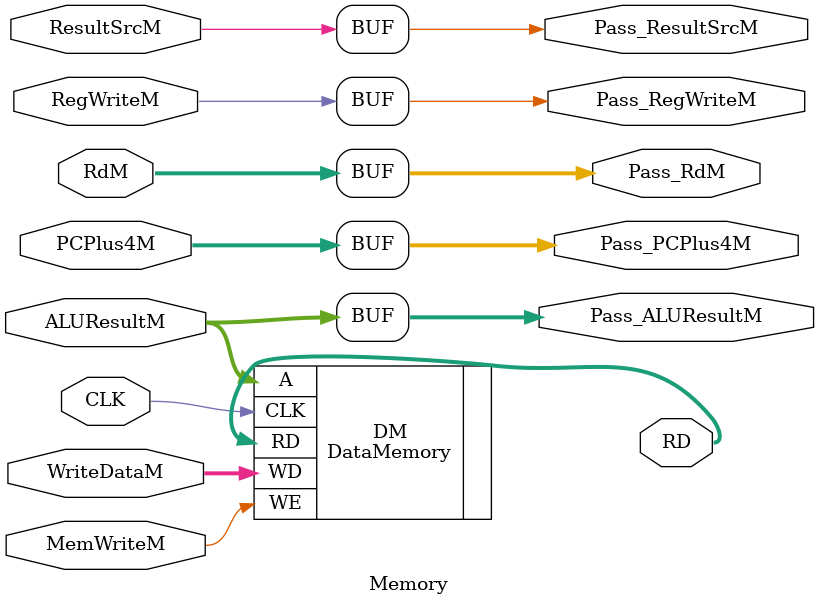
<source format=v>
`include "DataMemory.v"

module Memory (
    input wire CLK,
    input wire RegWriteM,
    input wire ResultSrcM,
    input wire MemWriteM,
    input wire [31:0] ALUResultM,
    input wire [31:0] WriteDataM,
    input wire [4:0] RdM,
    input wire [31:0] PCPlus4M,
    output wire Pass_RegWriteM,
    output wire Pass_ResultSrcM,
    output wire [31:0] Pass_ALUResultM,
    output wire [31:0] RD,
    output wire [4:0] Pass_RdM,
    output wire [31:0] Pass_PCPlus4M
);

    DataMemory DM(
        .CLK(CLK),
        .WE(MemWriteM),
        .A(ALUResultM),
        .WD(WriteDataM),
        .RD(RD)
    );


    assign Pass_RegWriteM = RegWriteM; 
    assign Pass_ResultSrcM = ResultSrcM;
    assign Pass_ALUResultM = ALUResultM;
    assign Pass_RdM = RdM;
    assign Pass_PCPlus4M =  PCPlus4M;

endmodule
</source>
